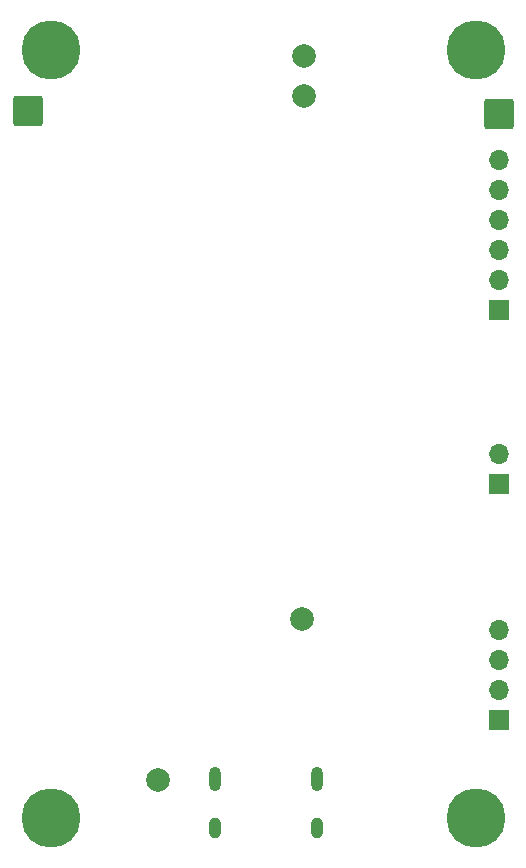
<source format=gbs>
G04 #@! TF.GenerationSoftware,KiCad,Pcbnew,7.0.9*
G04 #@! TF.CreationDate,2024-01-11T22:43:50+01:00*
G04 #@! TF.ProjectId,CameraV1,43616d65-7261-4563-912e-6b696361645f,rev?*
G04 #@! TF.SameCoordinates,Original*
G04 #@! TF.FileFunction,Soldermask,Bot*
G04 #@! TF.FilePolarity,Negative*
%FSLAX46Y46*%
G04 Gerber Fmt 4.6, Leading zero omitted, Abs format (unit mm)*
G04 Created by KiCad (PCBNEW 7.0.9) date 2024-01-11 22:43:50*
%MOMM*%
%LPD*%
G01*
G04 APERTURE LIST*
G04 Aperture macros list*
%AMRoundRect*
0 Rectangle with rounded corners*
0 $1 Rounding radius*
0 $2 $3 $4 $5 $6 $7 $8 $9 X,Y pos of 4 corners*
0 Add a 4 corners polygon primitive as box body*
4,1,4,$2,$3,$4,$5,$6,$7,$8,$9,$2,$3,0*
0 Add four circle primitives for the rounded corners*
1,1,$1+$1,$2,$3*
1,1,$1+$1,$4,$5*
1,1,$1+$1,$6,$7*
1,1,$1+$1,$8,$9*
0 Add four rect primitives between the rounded corners*
20,1,$1+$1,$2,$3,$4,$5,0*
20,1,$1+$1,$4,$5,$6,$7,0*
20,1,$1+$1,$6,$7,$8,$9,0*
20,1,$1+$1,$8,$9,$2,$3,0*%
G04 Aperture macros list end*
%ADD10R,1.700000X1.700000*%
%ADD11O,1.700000X1.700000*%
%ADD12C,2.900000*%
%ADD13C,5.000000*%
%ADD14O,1.000000X2.100000*%
%ADD15O,1.000000X1.800000*%
%ADD16RoundRect,0.249999X-1.025001X-1.025001X1.025001X-1.025001X1.025001X1.025001X-1.025001X1.025001X0*%
%ADD17C,2.000000*%
G04 APERTURE END LIST*
D10*
X136900000Y-97775000D03*
D11*
X136900000Y-95235000D03*
D10*
X136900000Y-117700000D03*
D11*
X136900000Y-115160000D03*
X136900000Y-112620000D03*
X136900000Y-110080000D03*
D12*
X99000000Y-61000000D03*
D13*
X99000000Y-61000000D03*
D14*
X112880000Y-122675000D03*
D15*
X112880000Y-126855000D03*
D14*
X121520000Y-122675000D03*
D15*
X121520000Y-126855000D03*
D10*
X136900000Y-83000000D03*
D11*
X136900000Y-80460000D03*
X136900000Y-77920000D03*
X136900000Y-75380000D03*
X136900000Y-72840000D03*
X136900000Y-70300000D03*
D16*
X136900000Y-66400000D03*
D12*
X135000000Y-126000000D03*
D13*
X135000000Y-126000000D03*
D12*
X135000000Y-61000000D03*
D13*
X135000000Y-61000000D03*
D16*
X97000000Y-66200000D03*
D12*
X99000000Y-126000000D03*
D13*
X99000000Y-126000000D03*
D17*
X120400000Y-61500000D03*
X108000000Y-122800000D03*
X120400000Y-64900000D03*
X120200000Y-109200000D03*
M02*

</source>
